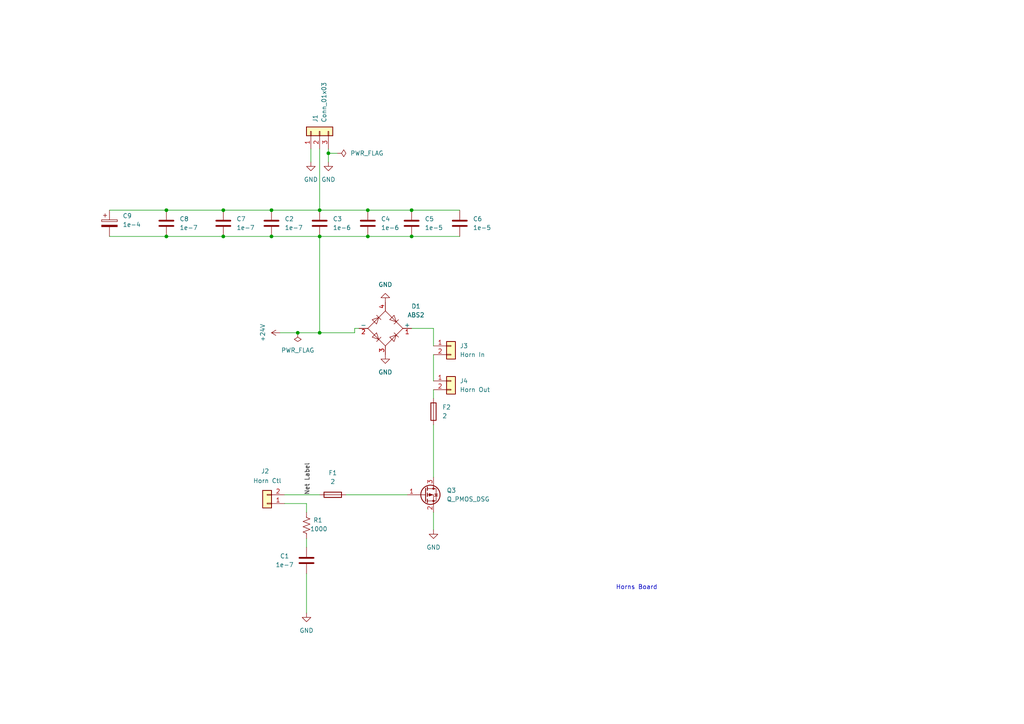
<source format=kicad_sch>
(kicad_sch (version 20231120) (generator "eeschema") (generator_version "8.0")
  (paper "A4")
  (lib_symbols
    (symbol "Connector_Generic:Conn_01x02" (pin_names (offset 1.016) hide)
      (property "Reference" "J" (at 0 2.54 0))
      (property "Value" "Conn_01x02" (at 0 -5.08 0))
      (symbol "Conn_01x02_1_1"
        (rectangle (start -1.27 -2.413) (end 0 -2.667) (stroke (width 0.1524)))
        (rectangle (start -1.27 0.127) (end 0 -0.127) (stroke (width 0.1524)))
        (rectangle (start -1.27 1.27) (end 1.27 -3.81) (stroke (width 0.254)) (fill (type background)))
        (pin passive line (at -5.08 0 0) (length 3.81) (name "Pin_1") (number "1"))
        (pin passive line (at -5.08 -2.54 0) (length 3.81) (name "Pin_2") (number "2"))
      )
    )
    (symbol "Connector_Generic:Conn_01x03" (pin_names (offset 1.016) hide)
      (property "Reference" "J" (at 0 5.08 0))
      (property "Value" "Conn_01x03" (at 0 -5.08 0))
      (symbol "Conn_01x03_1_1"
        (rectangle (start -1.27 -2.413) (end 0 -2.667) (stroke (width 0.1524)))
        (rectangle (start -1.27 0.127) (end 0 -0.127) (stroke (width 0.1524)))
        (rectangle (start -1.27 2.667) (end 0 2.413) (stroke (width 0.1524)))
        (rectangle (start -1.27 3.81) (end 1.27 -3.81) (stroke (width 0.254)) (fill (type background)))
        (pin passive line (at -5.08 2.54 0) (length 3.81) (name "Pin_1") (number "1"))
        (pin passive line (at -5.08 0 0) (length 3.81) (name "Pin_2") (number "2"))
        (pin passive line (at -5.08 -2.54 0) (length 3.81) (name "Pin_3") (number "3"))
      )
    )
    (symbol "Device:Fuse" (pin_numbers hide) (pin_names (offset 0))
      (property "Reference" "F" (at 2.032 0 90))
      (property "Value" "Fuse" (at -1.905 0 90))
      (symbol "Fuse_0_1"
        (rectangle (start -0.762 -2.54) (end 0.762 2.54) (stroke (width 0.254)))
        (polyline (pts (xy 0 2.54) (xy 0 -2.54)))
      )
      (symbol "Fuse_1_1"
        (pin passive line (at 0 3.81 270) (length 1.27) (name "~") (number "1"))
        (pin passive line (at 0 -3.81 90) (length 1.27) (name "~") (number "2"))
      )
    )
    (symbol "Device:R_US" (pin_numbers hide) (pin_names (offset 0))
      (property "Reference" "R" (at 2.54 0 90))
      (property "Value" "R_US" (at -2.54 0 90))
      (symbol "R_US_0_1"
        (polyline (pts (xy 0 -2.286) (xy 0 -2.54)))
        (polyline (pts (xy 0 2.286) (xy 0 2.54)))
        (polyline (pts (xy 0 -0.762) (xy 1.016 -1.143) (xy 0 -1.524) (xy -1.016 -1.905) (xy 0 -2.286)))
        (polyline (pts (xy 0 0.762) (xy 1.016 0.381) (xy 0 0) (xy -1.016 -0.381) (xy 0 -0.762)))
        (polyline (pts (xy 0 2.286) (xy 1.016 1.905) (xy 0 1.524) (xy -1.016 1.143) (xy 0 0.762)))
      )
      (symbol "R_US_1_1"
        (pin passive line (at 0 3.81 270) (length 1.27) (name "~") (number "1"))
        (pin passive line (at 0 -3.81 90) (length 1.27) (name "~") (number "2"))
      )
    )
    (symbol "Diode_Bridge:ABS2" (pin_names (offset 0))
      (property "Reference" "D" (at 2.54 6.985 0))
      (property "Value" "ABS2" (at 2.54 5.08 0))
      (symbol "ABS2_0_1"
        (polyline (pts (xy -2.54 3.81) (xy -1.27 2.54)))
        (polyline (pts (xy -1.27 -2.54) (xy -2.54 -3.81)))
        (polyline (pts (xy 2.54 -1.27) (xy 3.81 -2.54)))
        (polyline (pts (xy 2.54 1.27) (xy 3.81 2.54)))
        (polyline (pts (xy -3.81 2.54) (xy -2.54 1.27) (xy -1.905 3.175) (xy -3.81 2.54)))
        (polyline (pts (xy -2.54 -1.27) (xy -3.81 -2.54) (xy -1.905 -3.175) (xy -2.54 -1.27)))
        (polyline (pts (xy 1.27 2.54) (xy 2.54 3.81) (xy 3.175 1.905) (xy 1.27 2.54)))
        (polyline (pts (xy 3.175 -1.905) (xy 1.27 -2.54) (xy 2.54 -3.81) (xy 3.175 -1.905)))
        (polyline (pts (xy -5.08 0) (xy 0 -5.08) (xy 5.08 0) (xy 0 5.08) (xy -5.08 0)))
      )
      (symbol "ABS2_1_1"
        (pin passive line (at 7.62 0 180) (length 2.54) (name "+") (number "1"))
        (pin passive line (at -7.62 0 0) (length 2.54) (name "-") (number "2"))
        (pin passive line (at 0 -7.62 90) (length 2.54) (name "~") (number "3"))
        (pin passive line (at 0 7.62 270) (length 2.54) (name "~") (number "4"))
      )
    )
    (symbol "device:C" (pin_numbers hide) (pin_names (offset 0.254))
      (property "Reference" "C" (at 0.635 2.54 0))
      (property "Value" "C" (at 0.635 -2.54 0))
      (symbol "C_0_1"
        (polyline (pts (xy -2.032 -0.762) (xy 2.032 -0.762)) (stroke (width 0.508)))
        (polyline (pts (xy -2.032 0.762) (xy 2.032 0.762)) (stroke (width 0.508)))
      )
      (symbol "C_1_1"
        (pin passive line (at 0 3.81 270) (length 2.794) (name "~") (number "1"))
        (pin passive line (at 0 -3.81 90) (length 2.794) (name "~") (number "2"))
      )
    )
    (symbol "device:C_Polarized" (pin_numbers hide) (pin_names (offset 0.254))
      (property "Reference" "C" (at 0.635 2.54 0))
      (property "Value" "C_Polarized" (at 0.635 -2.54 0))
      (symbol "C_Polarized_0_1"
        (rectangle (start -2.286 0.508) (end 2.286 1.016))
        (polyline (pts (xy -1.778 2.286) (xy -0.762 2.286)))
        (polyline (pts (xy -1.27 2.794) (xy -1.27 1.778)))
        (rectangle (start 2.286 -0.508) (end -2.286 -1.016) (fill (type outline)))
      )
      (symbol "C_Polarized_1_1"
        (pin passive line (at 0 3.81 270) (length 2.794) (name "~") (number "1"))
        (pin passive line (at 0 -3.81 90) (length 2.794) (name "~") (number "2"))
      )
    )
    (symbol "device:Q_PMOS_GSD" (pin_names (offset 0) hide)
      (property "Reference" "Q" (at 5.08 1.27 0))
      (property "Value" "Q_PMOS_GSD" (at 5.08 -1.27 0))
      (symbol "Q_PMOS_GSD_0_1"
        (polyline (pts (xy 0.254 0) (xy -2.54 0)))
        (polyline (pts (xy 0.254 1.905) (xy 0.254 -1.905)) (stroke (width 0.254)))
        (polyline (pts (xy 0.762 -1.27) (xy 0.762 -2.286)) (stroke (width 0.254)))
        (polyline (pts (xy 0.762 0.508) (xy 0.762 -0.508)) (stroke (width 0.254)))
        (polyline (pts (xy 0.762 2.286) (xy 0.762 1.27)) (stroke (width 0.254)))
        (polyline (pts (xy 2.54 2.54) (xy 2.54 1.778)))
        (polyline (pts (xy 2.54 -2.54) (xy 2.54 0) (xy 0.762 0)))
        (polyline (pts (xy 0.762 1.778) (xy 3.302 1.778) (xy 3.302 -1.778) (xy 0.762 -1.778)))
        (polyline (pts (xy 2.286 0) (xy 1.27 0.381) (xy 1.27 -0.381) (xy 2.286 0)) (fill (type outline)))
        (polyline (pts (xy 2.794 -0.508) (xy 2.921 -0.381) (xy 3.683 -0.381) (xy 3.81 -0.254)))
        (polyline (pts (xy 3.302 -0.381) (xy 2.921 0.254) (xy 3.683 0.254) (xy 3.302 -0.381)))
        (circle (center 1.651 0) (radius 2.794) (stroke (width 0.254)))
        (circle (center 2.54 -1.778) (radius 0.254) (fill (type outline)))
        (circle (center 2.54 1.778) (radius 0.254) (fill (type outline)))
      )
      (symbol "Q_PMOS_GSD_1_1"
        (pin input line (at -5.08 0 0) (length 2.54) (name "G") (number "1"))
        (pin passive line (at 2.54 -5.08 90) (length 2.54) (name "S") (number "2"))
        (pin passive line (at 2.54 5.08 270) (length 2.54) (name "D") (number "3"))
      )
    )
    (symbol "power:+24V" (power) (pin_names (offset 0))
      (property "Value" "+24V" (at 0 3.556 0))
      (symbol "+24V_0_1"
        (polyline (pts (xy -0.762 1.27) (xy 0 2.54)))
        (polyline (pts (xy 0 0) (xy 0 2.54)))
        (polyline (pts (xy 0 2.54) (xy 0.762 1.27)))
      )
      (symbol "+24V_1_1"
        (pin power_in line (at 0 0 90) (length 0) hide (name "+24V") (number "1"))
      )
    )
    (symbol "power:GND" (power) (pin_names (offset 0))
      (property "Value" "GND" (at 0 -3.81 0))
      (symbol "GND_0_1"
        (polyline (pts (xy 0 0) (xy 0 -1.27) (xy 1.27 -1.27) (xy 0 -2.54) (xy -1.27 -1.27) (xy 0 -1.27)))
      )
      (symbol "GND_1_1"
        (pin power_in line (at 0 0 270) (length 0) hide (name "GND") (number "1"))
      )
    )
    (symbol "power:PWR_FLAG" (power) (pin_numbers hide) (pin_names (offset 0) hide)
      (property "Value" "PWR_FLAG" (at 0 3.81 0))
      (symbol "PWR_FLAG_0_0"
        (pin power_out line (at 0 0 90) (length 0) (name "pwr") (number "1"))
      )
      (symbol "PWR_FLAG_0_1"
        (polyline (pts (xy 0 0) (xy 0 1.27) (xy -1.016 1.905) (xy 0 2.54) (xy 1.016 1.905) (xy 0 1.27)))
      )
    )
  )
  (junction (at 64.77 60.96))
  (junction (at 95.25 44.45))
  (junction (at 78.74 60.96))
  (junction (at 92.71 60.96))
  (junction (at 106.68 60.96))
  (junction (at 64.77 68.58))
  (junction (at 92.71 96.52))
  (junction (at 78.74 68.58))
  (junction (at 119.38 60.96))
  (junction (at 48.26 60.96))
  (junction (at 92.71 68.58))
  (junction (at 48.26 68.58))
  (junction (at 106.68 68.58))
  (junction (at 86.36 96.52))
  (junction (at 119.38 68.58))
  (wire (pts (xy 95.25 43.18) (xy 95.25 44.45)))
  (wire (pts (xy 88.9 166.37) (xy 88.9 177.8)))
  (wire (pts (xy 78.74 68.58) (xy 92.71 68.58)))
  (wire (pts (xy 102.87 95.25) (xy 104.14 95.25)))
  (wire (pts (xy 119.38 60.96) (xy 133.35 60.96)))
  (wire (pts (xy 82.55 146.05) (xy 88.9 146.05)))
  (wire (pts (xy 100.33 143.51) (xy 118.11 143.51)))
  (wire (pts (xy 64.77 60.96) (xy 78.74 60.96)))
  (wire (pts (xy 31.75 60.96) (xy 48.26 60.96)))
  (wire (pts (xy 106.68 60.96) (xy 119.38 60.96)))
  (wire (pts (xy 125.73 102.87) (xy 125.73 110.49)))
  (wire (pts (xy 78.74 60.96) (xy 92.71 60.96)))
  (wire (pts (xy 119.38 68.58) (xy 133.35 68.58)))
  (wire (pts (xy 88.9 146.05) (xy 88.9 148.59)))
  (wire (pts (xy 125.73 123.19) (xy 125.73 138.43)))
  (wire (pts (xy 125.73 95.25) (xy 125.73 100.33)))
  (wire (pts (xy 95.25 44.45) (xy 97.79 44.45)))
  (wire (pts (xy 92.71 60.96) (xy 106.68 60.96)))
  (wire (pts (xy 48.26 60.96) (xy 64.77 60.96)))
  (wire (pts (xy 95.25 44.45) (xy 95.25 46.99)))
  (wire (pts (xy 102.87 96.52) (xy 102.87 95.25)))
  (wire (pts (xy 106.68 68.58) (xy 119.38 68.58)))
  (wire (pts (xy 48.26 68.58) (xy 64.77 68.58)))
  (wire (pts (xy 125.73 148.59) (xy 125.73 153.67)))
  (wire (pts (xy 31.75 68.58) (xy 48.26 68.58)))
  (wire (pts (xy 88.9 156.21) (xy 88.9 158.75)))
  (wire (pts (xy 92.71 68.58) (xy 92.71 96.52)))
  (wire (pts (xy 81.28 96.52) (xy 86.36 96.52)))
  (wire (pts (xy 64.77 68.58) (xy 78.74 68.58)))
  (wire (pts (xy 125.73 113.03) (xy 125.73 115.57)))
  (wire (pts (xy 92.71 43.18) (xy 92.71 60.96)))
  (wire (pts (xy 82.55 143.51) (xy 92.71 143.51)))
  (wire (pts (xy 92.71 68.58) (xy 106.68 68.58)))
  (wire (pts (xy 90.17 43.18) (xy 90.17 46.99)))
  (wire (pts (xy 92.71 96.52) (xy 102.87 96.52)))
  (wire (pts (xy 119.38 95.25) (xy 125.73 95.25)))
  (wire (pts (xy 86.36 96.52) (xy 92.71 96.52)))
  (text "Horns Board" (at 184.658 170.434 0) (effects (font (size 1.27 1.27))))
  (label "Net Label" (at 90.17 143.51 90))
  (symbol (lib_id "power:+24V") (at 81.28 96.52 90) (unit 1)
    (property "Reference" "#PWR01" (effects (hide yes)))
    (property "Value" "+24V" (at 76.2 96.52 0))
    (property "Description" "Power symbol creates a global label with name \"+24V\"" (effects (hide yes)))
  )
  (symbol (lib_id "power:PWR_FLAG") (at 97.79 44.45 270) (unit 1)
    (property "Reference" "#FLG02" (effects (hide yes)))
    (property "Value" "PWR_FLAG" (at 101.6 44.4499 90) (effects (justify left)))
    (property "Description" "Special symbol for telling ERC where power comes from" (effects (hide yes)))
  )
  (symbol (lib_id "Device:R_US") (at 88.9 152.4 0) (unit 1)
    (property "Reference" "R1" (at 92.202 150.876 0))
    (property "Value" "1000" (at 92.456 153.416 0))
    (property "Footprint" "Resistor_SMD:R_0201_0603Metric_Pad0.64x0.40mm_HandSolder" (effects (hide yes)))
    (property "Description" "Resistor, US symbol" (effects (hide yes)))
  )
  (symbol (lib_id "Diode_Bridge:ABS2") (at 111.76 95.25 0) (unit 1)
    (property "Reference" "D1" (at 120.65 88.8298 0))
    (property "Value" "ABS2" (at 120.65 91.3698 0))
    (property "Footprint" "Diode_SMD:Diode_Bridge_Diotec_ABS" (effects (hide yes)))
    (property "Datasheet" "https://diotec.com/tl_files/diotec/files/pdf/datasheets/abs2.pdf" (effects (hide yes)))
    (property "Description" "Miniature Glass Passivated Single-Phase Surface Mount Bridge Rectifiers, 140V Vrms, 0.8A If, ABS SMD package" (effects (hide yes)))
  )
  (symbol (lib_id "device:C") (at 64.77 64.77 0) (unit 1)
    (property "Reference" "C7" (at 68.58 63.4999 0) (effects (justify left)))
    (property "Value" "1e-7" (at 68.58 66.0399 0) (effects (justify left)))
    (property "Footprint" "Capacitor_SMD:C_0603_1608Metric_Pad1.08x0.95mm_HandSolder" (effects (hide yes)))
    (property "Description" "Unpolarized capacitor" (effects (hide yes)))
    (property "MPN" "CAP CER 0.1uF 50V 0603" (effects (hide yes)))
  )
  (symbol (lib_id "power:PWR_FLAG") (at 86.36 96.52 180) (unit 1)
    (property "Reference" "#FLG01" (effects (hide yes)))
    (property "Value" "PWR_FLAG" (at 86.36 101.6 0))
    (property "Description" "Special symbol for telling ERC where power comes from" (effects (hide yes)))
  )
  (symbol (lib_id "power:GND") (at 88.9 177.8 0) (unit 1)
    (property "Reference" "#PWR04" (effects (hide yes)))
    (property "Value" "GND" (at 88.9 182.88 0))
    (property "Description" "Power symbol creates a global label with name \"GND\" , ground" (effects (hide yes)))
  )
  (symbol (lib_id "power:GND") (at 125.73 153.67 0) (unit 1)
    (property "Reference" "#PWR05" (effects (hide yes)))
    (property "Value" "GND" (at 125.73 158.75 0))
    (property "Description" "Power symbol creates a global label with name \"GND\" , ground" (effects (hide yes)))
  )
  (symbol (lib_id "Connector_Generic:Conn_01x02") (at 130.81 110.49 0) (unit 1)
    (property "Reference" "J4" (at 133.35 110.4899 0) (effects (justify left)))
    (property "Value" "Horn Out" (at 133.35 113.0299 0) (effects (justify left)))
    (property "Footprint" "Capacitor_SMD:CP_Elec_4x5.3" (effects (hide yes)))
    (property "Description" "Generic connector, single row, 01x02, script generated (kicad-library-utils/schlib/autogen/connector/)" (effects (hide yes)))
  )
  (symbol (lib_id "power:GND") (at 90.17 46.99 0) (unit 1)
    (property "Reference" "#PWR03" (effects (hide yes)))
    (property "Value" "GND" (at 90.17 52.07 0))
    (property "Description" "Power symbol creates a global label with name \"GND\" , ground" (effects (hide yes)))
  )
  (symbol (lib_id "Device:Fuse") (at 125.73 119.38 0) (unit 1)
    (property "Reference" "F2" (at 128.27 118.1099 0) (effects (justify left)))
    (property "Value" "2" (at 128.27 120.6499 0) (effects (justify left)))
    (property "Footprint" "Fuse:Fuse_BelFuse_0ZRE0008FF_L8.3mm_W3.8mm" (effects (hide yes)))
    (property "Description" "Fuse" (effects (hide yes)))
  )
  (symbol (lib_id "device:C") (at 119.38 64.77 0) (unit 1)
    (property "Reference" "C5" (at 123.19 63.4999 0) (effects (justify left)))
    (property "Value" "1e-5" (at 123.19 66.0399 0) (effects (justify left)))
    (property "Footprint" "Capacitor_SMD:C_0603_1608Metric_Pad1.08x0.95mm_HandSolder" (effects (hide yes)))
    (property "Description" "Unpolarized capacitor" (effects (hide yes)))
  )
  (symbol (lib_id "device:C") (at 88.9 162.56 180) (unit 1)
    (property "Reference" "C1" (at 82.55 161.29 0))
    (property "Value" "1e-7" (at 82.55 163.83 0))
    (property "Footprint" "Capacitor_SMD:C_0603_1608Metric_Pad1.08x0.95mm_HandSolder" (effects (hide yes)))
    (property "Description" "Unpolarized capacitor" (effects (hide yes)))
    (property "MPN" "CAP CER 0.1uF 50V 0603" (effects (hide yes)))
  )
  (symbol (lib_id "Connector_Generic:Conn_01x02") (at 130.81 100.33 0) (unit 1)
    (property "Reference" "J3" (at 133.35 100.3299 0) (effects (justify left)))
    (property "Value" "Horn In" (at 133.35 102.8699 0) (effects (justify left)))
    (property "Footprint" "Capacitor_SMD:CP_Elec_4x5.3" (effects (hide yes)))
    (property "Description" "Generic connector, single row, 01x02, script generated (kicad-library-utils/schlib/autogen/connector/)" (effects (hide yes)))
  )
  (symbol (lib_id "device:C") (at 92.71 64.77 0) (unit 1)
    (property "Reference" "C3" (at 96.52 63.4999 0) (effects (justify left)))
    (property "Value" "1e-6" (at 96.52 66.0399 0) (effects (justify left)))
    (property "Footprint" "Capacitor_SMD:C_0603_1608Metric_Pad1.08x0.95mm_HandSolder" (effects (hide yes)))
    (property "Description" "Unpolarized capacitor" (effects (hide yes)))
  )
  (symbol (lib_id "device:Q_PMOS_GSD") (at 123.19 143.51 0) (unit 1)
    (property "Reference" "Q3" (at 129.54 142.2399 0) (effects (justify left)))
    (property "Value" "Q_PMOS_DSG" (at 129.54 144.7799 0) (effects (justify left)))
    (property "Footprint" "Package_TO_SOT_SMD:SOT-23" (effects (hide yes)))
    (property "Description" "P-MOSFET transistor, gate/source/drain" (effects (hide yes)))
    (property "MPN" "BSS84AK" (effects (hide yes)))
  )
  (symbol (lib_id "Device:Fuse") (at 96.52 143.51 90) (unit 1)
    (property "Reference" "F1" (at 96.52 137.16 90))
    (property "Value" "2" (at 96.52 139.7 90))
    (property "Footprint" "Fuse:Fuse_BelFuse_0ZRE0008FF_L8.3mm_W3.8mm" (effects (hide yes)))
    (property "Description" "Fuse" (effects (hide yes)))
  )
  (symbol (lib_id "power:GND") (at 111.76 87.63 180) (unit 1)
    (property "Reference" "#PWR07" (effects (hide yes)))
    (property "Value" "GND" (at 111.76 82.55 0))
    (property "Description" "Power symbol creates a global label with name \"GND\" , ground" (effects (hide yes)))
  )
  (symbol (lib_id "device:C") (at 78.74 64.77 0) (unit 1)
    (property "Reference" "C2" (at 82.55 63.4999 0) (effects (justify left)))
    (property "Value" "1e-7" (at 82.55 66.0399 0) (effects (justify left)))
    (property "Footprint" "Capacitor_SMD:C_0603_1608Metric_Pad1.08x0.95mm_HandSolder" (effects (hide yes)))
    (property "Description" "Unpolarized capacitor" (effects (hide yes)))
    (property "MPN" "CAP CER 0.1uF 50V 0603" (effects (hide yes)))
  )
  (symbol (lib_id "device:C") (at 48.26 64.77 0) (unit 1)
    (property "Reference" "C8" (at 52.07 63.4999 0) (effects (justify left)))
    (property "Value" "1e-7" (at 52.07 66.0399 0) (effects (justify left)))
    (property "Footprint" "Capacitor_SMD:C_0603_1608Metric_Pad1.08x0.95mm_HandSolder" (effects (hide yes)))
    (property "Description" "Unpolarized capacitor" (effects (hide yes)))
    (property "MPN" "CAP CER 0.1uF 50V 0603" (effects (hide yes)))
  )
  (symbol (lib_id "power:GND") (at 111.76 102.87 0) (unit 1)
    (property "Reference" "#PWR06" (effects (hide yes)))
    (property "Value" "GND" (at 111.76 107.95 0))
    (property "Description" "Power symbol creates a global label with name \"GND\" , ground" (effects (hide yes)))
  )
  (symbol (lib_id "device:C_Polarized") (at 31.75 64.77 0) (unit 1)
    (property "Reference" "C9" (at 35.56 62.6109 0) (effects (justify left)))
    (property "Value" "1e-4" (at 35.56 65.1509 0) (effects (justify left)))
    (property "Footprint" "Capacitor_SMD:C_0603_1608Metric_Pad1.08x0.95mm_HandSolder" (effects (hide yes)))
    (property "Description" "Polarized capacitor" (effects (hide yes)))
  )
  (symbol (lib_id "device:C") (at 133.35 64.77 0) (unit 1)
    (property "Reference" "C6" (at 137.16 63.4999 0) (effects (justify left)))
    (property "Value" "1e-5" (at 137.16 66.0399 0) (effects (justify left)))
    (property "Footprint" "Capacitor_SMD:C_0603_1608Metric_Pad1.08x0.95mm_HandSolder" (effects (hide yes)))
    (property "Description" "Unpolarized capacitor" (effects (hide yes)))
  )
  (symbol (lib_id "device:C") (at 106.68 64.77 0) (unit 1)
    (property "Reference" "C4" (at 110.49 63.4999 0) (effects (justify left)))
    (property "Value" "1e-6" (at 110.49 66.0399 0) (effects (justify left)))
    (property "Footprint" "Capacitor_SMD:C_0603_1608Metric_Pad1.08x0.95mm_HandSolder" (effects (hide yes)))
    (property "Description" "Unpolarized capacitor" (effects (hide yes)))
  )
  (symbol (lib_id "Connector_Generic:Conn_01x02") (at 77.47 146.05 180) (unit 1)
    (property "Reference" "J2" (at 75.692 136.652 0) (effects (justify right)))
    (property "Value" "Horn Ctl" (at 73.406 139.446 0) (effects (justify right)))
    (property "Footprint" "Capacitor_SMD:CP_Elec_4x5.3" (effects (hide yes)))
    (property "Description" "Generic connector, single row, 01x02, script generated (kicad-library-utils/schlib/autogen/connector/)" (effects (hide yes)))
  )
  (symbol (lib_id "Connector_Generic:Conn_01x03") (at 92.71 38.1 90) (unit 1)
    (property "Reference" "J1" (at 91.4399 35.56 0) (effects (justify left)))
    (property "Value" "Conn_01x03" (at 93.9799 35.56 0) (effects (justify left)))
    (property "Footprint" "Capacitor_SMD:CP_Elec_4x5.3" (effects (hide yes)))
    (property "Description" "Generic connector, single row, 01x03, script generated (kicad-library-utils/schlib/autogen/connector/)" (effects (hide yes)))
  )
  (symbol (lib_id "power:GND") (at 95.25 46.99 0) (unit 1)
    (property "Reference" "#PWR02" (effects (hide yes)))
    (property "Value" "GND" (at 95.25 52.07 0))
    (property "Description" "Power symbol creates a global label with name \"GND\" , ground" (effects (hide yes)))
  )
)
</source>
